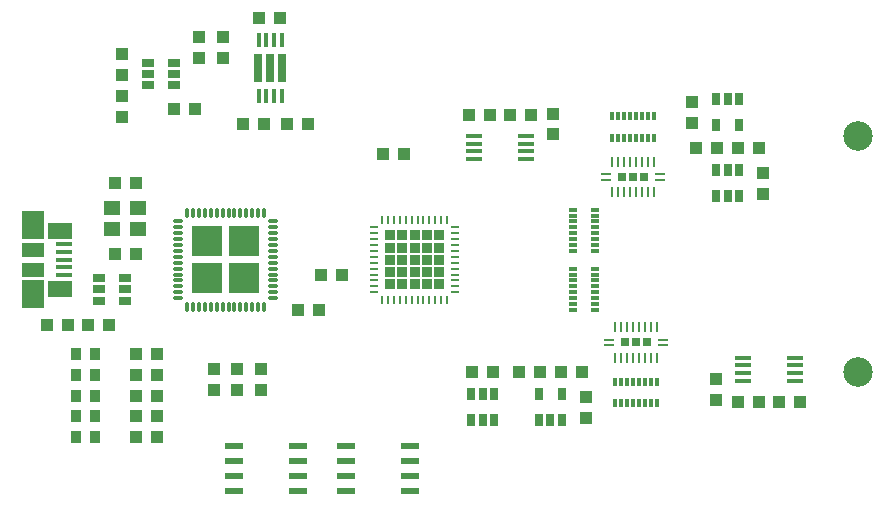
<source format=gtp>
G04 #@! TF.GenerationSoftware,KiCad,Pcbnew,5.0.0-rc3-6a2723a~65~ubuntu18.04.1*
G04 #@! TF.CreationDate,2018-07-21T07:19:33+00:00*
G04 #@! TF.ProjectId,glasgow,676C6173676F772E6B696361645F7063,rev?*
G04 #@! TF.SameCoordinates,Original*
G04 #@! TF.FileFunction,Paste,Top*
G04 #@! TF.FilePolarity,Positive*
%FSLAX46Y46*%
G04 Gerber Fmt 4.6, Leading zero omitted, Abs format (unit mm)*
G04 Created by KiCad (PCBNEW 5.0.0-rc3-6a2723a~65~ubuntu18.04.1) date Sat Jul 21 07:19:33 2018*
%MOMM*%
%LPD*%
G01*
G04 APERTURE LIST*
%ADD10C,0.100000*%
%ADD11O,1.000000X0.280000*%
%ADD12O,0.280000X1.000000*%
%ADD13R,2.600000X2.600000*%
%ADD14R,0.800000X0.300000*%
%ADD15R,1.060000X0.650000*%
%ADD16R,0.400000X1.260000*%
%ADD17R,0.650000X2.400000*%
%ADD18R,0.300000X0.800000*%
%ADD19R,1.400000X1.200000*%
%ADD20R,0.820000X1.000000*%
%ADD21R,1.000000X0.995000*%
%ADD22R,1.450000X0.450000*%
%ADD23R,0.650000X1.060000*%
%ADD24R,0.995000X1.000000*%
%ADD25C,2.500000*%
%ADD26R,0.800000X0.800000*%
%ADD27R,0.240000X0.900000*%
%ADD28R,0.900000X0.240000*%
%ADD29R,0.700000X0.250000*%
%ADD30R,0.250000X0.700000*%
%ADD31R,0.830000X0.830000*%
%ADD32R,1.550000X0.600000*%
%ADD33R,1.380000X0.450000*%
%ADD34R,2.100000X1.475000*%
%ADD35R,1.900000X2.375000*%
%ADD36R,1.900000X1.175000*%
G04 APERTURE END LIST*
D10*
G36*
X72560000Y-79350000D02*
X72960000Y-79350000D01*
X72960000Y-79950000D01*
X72560000Y-79950000D01*
X72560000Y-79350000D01*
G37*
D11*
G04 #@! TO.C,U1*
X65000000Y-92250000D03*
X65000000Y-92750000D03*
X65000000Y-93250000D03*
X65000000Y-93750000D03*
X65000000Y-94250000D03*
X65000000Y-94750000D03*
X65000000Y-95250000D03*
X65000000Y-95750000D03*
X65000000Y-96250000D03*
X65000000Y-96750000D03*
X65000000Y-97250000D03*
X65000000Y-97750000D03*
X65000000Y-98250000D03*
X65000000Y-98750000D03*
D12*
X65750000Y-99500000D03*
X66250000Y-99500000D03*
X66750000Y-99500000D03*
X67250000Y-99500000D03*
X67750000Y-99500000D03*
X68250000Y-99500000D03*
X68750000Y-99500000D03*
X69250000Y-99500000D03*
X69750000Y-99500000D03*
X70250000Y-99500000D03*
X70750000Y-99500000D03*
X71250000Y-99500000D03*
X71750000Y-99500000D03*
X72250000Y-99500000D03*
D11*
X73000000Y-98750000D03*
X73000000Y-98250000D03*
X73000000Y-97750000D03*
X73000000Y-97250000D03*
X73000000Y-96750000D03*
X73000000Y-96250000D03*
X73000000Y-95750000D03*
X73000000Y-95250000D03*
X73000000Y-94750000D03*
X73000000Y-94250000D03*
X73000000Y-93750000D03*
X73000000Y-93250000D03*
X73000000Y-92750000D03*
X73000000Y-92250000D03*
D12*
X72250000Y-91500000D03*
X71750000Y-91500000D03*
X71250000Y-91500000D03*
X70750000Y-91500000D03*
X70250000Y-91500000D03*
X69750000Y-91500000D03*
X69250000Y-91500000D03*
X68750000Y-91500000D03*
X68250000Y-91500000D03*
X67750000Y-91500000D03*
X67250000Y-91500000D03*
X66750000Y-91500000D03*
X66250000Y-91500000D03*
X65750000Y-91500000D03*
D13*
X67445000Y-97055000D03*
X70555000Y-97055000D03*
X67445000Y-93945000D03*
X70555000Y-93945000D03*
G04 #@! TD*
D14*
G04 #@! TO.C,RN3*
X100250000Y-94250000D03*
X100250000Y-93250000D03*
X100250000Y-93750000D03*
X100250000Y-92750000D03*
X100250000Y-92250000D03*
X100250000Y-91750000D03*
X98450000Y-94250000D03*
X98450000Y-93750000D03*
X98450000Y-93250000D03*
X98450000Y-92750000D03*
X98450000Y-92250000D03*
X98450000Y-91750000D03*
X100250000Y-94750000D03*
X98450000Y-94750000D03*
X100250000Y-91250000D03*
X98450000Y-91250000D03*
G04 #@! TD*
G04 #@! TO.C,RN4*
X98450000Y-96250000D03*
X100250000Y-96250000D03*
X98450000Y-99750000D03*
X100250000Y-99750000D03*
X98450000Y-96750000D03*
X98450000Y-97250000D03*
X98450000Y-97750000D03*
X98450000Y-98250000D03*
X98450000Y-98750000D03*
X98450000Y-99250000D03*
X100250000Y-96750000D03*
X100250000Y-97250000D03*
X100250000Y-97750000D03*
X100250000Y-98750000D03*
X100250000Y-98250000D03*
X100250000Y-99250000D03*
G04 #@! TD*
D15*
G04 #@! TO.C,U15*
X58300000Y-98000000D03*
X58300000Y-98950000D03*
X58300000Y-97050000D03*
X60500000Y-97050000D03*
X60500000Y-98000000D03*
X60500000Y-98950000D03*
G04 #@! TD*
D16*
G04 #@! TO.C,U8*
X73741581Y-81650000D03*
X73091581Y-81650000D03*
X72441581Y-76850000D03*
X73091581Y-76850000D03*
X72441581Y-81650000D03*
X71791581Y-76850000D03*
X73741581Y-76850000D03*
X71791581Y-81650000D03*
D17*
X72766581Y-79250000D03*
X71741581Y-79250000D03*
X73791581Y-79250000D03*
G04 #@! TD*
D18*
G04 #@! TO.C,RN2*
X102500000Y-107650000D03*
X103500000Y-107650000D03*
X103000000Y-107650000D03*
X104000000Y-107650000D03*
X104500000Y-107650000D03*
X105000000Y-107650000D03*
X102500000Y-105850000D03*
X103000000Y-105850000D03*
X103500000Y-105850000D03*
X104000000Y-105850000D03*
X104500000Y-105850000D03*
X105000000Y-105850000D03*
X102000000Y-107650000D03*
X102000000Y-105850000D03*
X105500000Y-107650000D03*
X105500000Y-105850000D03*
G04 #@! TD*
G04 #@! TO.C,RN1*
X101750000Y-85150000D03*
X101750000Y-83350000D03*
X105250000Y-85150000D03*
X105250000Y-83350000D03*
X102250000Y-85150000D03*
X102750000Y-85150000D03*
X103250000Y-85150000D03*
X103750000Y-85150000D03*
X104250000Y-85150000D03*
X104750000Y-85150000D03*
X102250000Y-83350000D03*
X102750000Y-83350000D03*
X103250000Y-83350000D03*
X104250000Y-83350000D03*
X103750000Y-83350000D03*
X104750000Y-83350000D03*
G04 #@! TD*
D19*
G04 #@! TO.C,Y1*
X59400000Y-91150000D03*
X61600000Y-91150000D03*
X61600000Y-92850000D03*
X59400000Y-92850000D03*
G04 #@! TD*
D20*
G04 #@! TO.C,D5*
X57950000Y-110500000D03*
X56350000Y-110500000D03*
G04 #@! TD*
G04 #@! TO.C,D4*
X57950000Y-108750000D03*
X56350000Y-108750000D03*
G04 #@! TD*
G04 #@! TO.C,D3*
X57950000Y-107000000D03*
X56350000Y-107000000D03*
G04 #@! TD*
G04 #@! TO.C,D2*
X57950000Y-105250000D03*
X56350000Y-105250000D03*
G04 #@! TD*
G04 #@! TO.C,D1*
X57950000Y-103500000D03*
X56350000Y-103500000D03*
G04 #@! TD*
D21*
G04 #@! TO.C,C44*
X110500000Y-105612500D03*
X110500000Y-107387500D03*
G04 #@! TD*
G04 #@! TO.C,C37*
X96750000Y-83112500D03*
X96750000Y-84887500D03*
G04 #@! TD*
D22*
G04 #@! TO.C,U12*
X117200000Y-103775000D03*
X117200000Y-104425000D03*
X117200000Y-105075000D03*
X117200000Y-105725000D03*
X112800000Y-105725000D03*
X112800000Y-105075000D03*
X112800000Y-104425000D03*
X112800000Y-103775000D03*
G04 #@! TD*
G04 #@! TO.C,U9*
X94450000Y-86975000D03*
X94450000Y-86325000D03*
X94450000Y-85675000D03*
X94450000Y-85025000D03*
X90050000Y-85025000D03*
X90050000Y-85675000D03*
X90050000Y-86325000D03*
X90050000Y-86975000D03*
G04 #@! TD*
D23*
G04 #@! TO.C,U11*
X112450000Y-84100000D03*
X110550000Y-84100000D03*
X110550000Y-81900000D03*
X111500000Y-81900000D03*
X112450000Y-81900000D03*
G04 #@! TD*
G04 #@! TO.C,U14*
X95550000Y-106900000D03*
X97450000Y-106900000D03*
X97450000Y-109100000D03*
X96500000Y-109100000D03*
X95550000Y-109100000D03*
G04 #@! TD*
G04 #@! TO.C,U13*
X91700000Y-106900000D03*
X90750000Y-106900000D03*
X89800000Y-106900000D03*
X89800000Y-109100000D03*
X91700000Y-109100000D03*
X90750000Y-109100000D03*
G04 #@! TD*
G04 #@! TO.C,U10*
X112450000Y-87900000D03*
X111500000Y-87900000D03*
X110550000Y-87900000D03*
X110550000Y-90100000D03*
X112450000Y-90100000D03*
X111500000Y-90100000D03*
G04 #@! TD*
D24*
G04 #@! TO.C,R24*
X110637500Y-86000000D03*
X108862500Y-86000000D03*
G04 #@! TD*
D21*
G04 #@! TO.C,R18*
X108500000Y-82112500D03*
X108500000Y-83887500D03*
G04 #@! TD*
D24*
G04 #@! TO.C,R20*
X94887500Y-83250000D03*
X93112500Y-83250000D03*
G04 #@! TD*
G04 #@! TO.C,R21*
X89612500Y-83250000D03*
X91387500Y-83250000D03*
G04 #@! TD*
D21*
G04 #@! TO.C,R22*
X114500000Y-88112500D03*
X114500000Y-89887500D03*
G04 #@! TD*
G04 #@! TO.C,R19*
X99500000Y-107112500D03*
X99500000Y-108887500D03*
G04 #@! TD*
D24*
G04 #@! TO.C,R23*
X114137500Y-86000000D03*
X112362500Y-86000000D03*
G04 #@! TD*
G04 #@! TO.C,R25*
X114137500Y-107496000D03*
X112362500Y-107496000D03*
G04 #@! TD*
G04 #@! TO.C,R26*
X115862500Y-107496000D03*
X117637500Y-107496000D03*
G04 #@! TD*
G04 #@! TO.C,R27*
X91637500Y-105000000D03*
X89862500Y-105000000D03*
G04 #@! TD*
G04 #@! TO.C,R28*
X95637500Y-105000000D03*
X93862500Y-105000000D03*
G04 #@! TD*
G04 #@! TO.C,R29*
X97362500Y-105000000D03*
X99137500Y-105000000D03*
G04 #@! TD*
D25*
G04 #@! TO.C,MK5*
X122500000Y-105000000D03*
G04 #@! TD*
G04 #@! TO.C,MK6*
X122500000Y-85000000D03*
G04 #@! TD*
D24*
G04 #@! TO.C,R17*
X75112500Y-99750000D03*
X76887500Y-99750000D03*
G04 #@! TD*
G04 #@! TO.C,R12*
X63187500Y-103500000D03*
X61412500Y-103500000D03*
G04 #@! TD*
G04 #@! TO.C,R14*
X61412500Y-107000000D03*
X63187500Y-107000000D03*
G04 #@! TD*
G04 #@! TO.C,R15*
X63187500Y-108750000D03*
X61412500Y-108750000D03*
G04 #@! TD*
G04 #@! TO.C,R16*
X61412500Y-110500000D03*
X63187500Y-110500000D03*
G04 #@! TD*
G04 #@! TO.C,R13*
X63187500Y-105250000D03*
X61412500Y-105250000D03*
G04 #@! TD*
D21*
G04 #@! TO.C,R11*
X72000000Y-104712500D03*
X72000000Y-106487500D03*
G04 #@! TD*
D24*
G04 #@! TO.C,R10*
X84137500Y-86500000D03*
X82362500Y-86500000D03*
G04 #@! TD*
G04 #@! TO.C,R9*
X77112500Y-96750000D03*
X78887500Y-96750000D03*
G04 #@! TD*
D21*
G04 #@! TO.C,R7*
X66750000Y-76612500D03*
X66750000Y-78387500D03*
G04 #@! TD*
D24*
G04 #@! TO.C,C27*
X72275000Y-84000000D03*
X70500000Y-84000000D03*
G04 #@! TD*
G04 #@! TO.C,C28*
X76000000Y-84000000D03*
X74225000Y-84000000D03*
G04 #@! TD*
G04 #@! TO.C,C26*
X73637500Y-75000000D03*
X71862500Y-75000000D03*
G04 #@! TD*
D15*
G04 #@! TO.C,U7*
X62400000Y-78800000D03*
X62400000Y-79750000D03*
X62400000Y-80700000D03*
X64600000Y-80700000D03*
X64600000Y-78800000D03*
X64600000Y-79750000D03*
G04 #@! TD*
D24*
G04 #@! TO.C,R4*
X64612500Y-82750000D03*
X66387500Y-82750000D03*
G04 #@! TD*
D21*
G04 #@! TO.C,R5*
X60232324Y-78112500D03*
X60232324Y-79887500D03*
G04 #@! TD*
G04 #@! TO.C,R6*
X60232324Y-83387500D03*
X60232324Y-81612500D03*
G04 #@! TD*
G04 #@! TO.C,R8*
X68750000Y-78387500D03*
X68750000Y-76612500D03*
G04 #@! TD*
D26*
G04 #@! TO.C,U5*
X102550000Y-88500000D03*
X104450000Y-88500000D03*
X103500000Y-88500000D03*
D27*
X105250000Y-87200000D03*
X104750000Y-87200000D03*
X104250000Y-87200000D03*
X103750000Y-87200000D03*
X103250000Y-87200000D03*
X102750000Y-87200000D03*
X102250000Y-87200000D03*
X101750000Y-87200000D03*
X105250000Y-89800000D03*
X104750000Y-89800000D03*
X104250000Y-89800000D03*
X103750000Y-89800000D03*
X103250000Y-89800000D03*
X102750000Y-89800000D03*
X102250000Y-89800000D03*
X101750000Y-89800000D03*
D28*
X105800000Y-88250000D03*
X105800000Y-88750000D03*
X101200000Y-88250000D03*
X101200000Y-88750000D03*
G04 #@! TD*
G04 #@! TO.C,U6*
X106050000Y-102250000D03*
X106050000Y-102750000D03*
X101450000Y-102250000D03*
X101450000Y-102750000D03*
D27*
X105500000Y-101200000D03*
X105000000Y-101200000D03*
X104500000Y-101200000D03*
X104000000Y-101200000D03*
X103500000Y-101200000D03*
X103000000Y-101200000D03*
X102500000Y-101200000D03*
X102000000Y-101200000D03*
X105500000Y-103800000D03*
X105000000Y-103800000D03*
X104500000Y-103800000D03*
X104000000Y-103800000D03*
X103500000Y-103800000D03*
X103000000Y-103800000D03*
X102500000Y-103800000D03*
X102000000Y-103800000D03*
D26*
X103750000Y-102500000D03*
X102800000Y-102500000D03*
X104700000Y-102500000D03*
G04 #@! TD*
D29*
G04 #@! TO.C,U4*
X81600000Y-92750000D03*
X81600000Y-93250000D03*
X81600000Y-93750000D03*
X81600000Y-94250000D03*
X81600000Y-94750000D03*
X81600000Y-95250000D03*
X81600000Y-95750000D03*
X81600000Y-96250000D03*
X81600000Y-96750000D03*
X81600000Y-97250000D03*
X81600000Y-97750000D03*
X81600000Y-98250000D03*
D30*
X82250000Y-98900000D03*
X82750000Y-98900000D03*
X83250000Y-98900000D03*
X83750000Y-98900000D03*
X84250000Y-98900000D03*
X84750000Y-98900000D03*
X85250000Y-98900000D03*
X85750000Y-98900000D03*
X86250000Y-98900000D03*
X86750000Y-98900000D03*
X87250000Y-98900000D03*
X87750000Y-98900000D03*
D29*
X88400000Y-98250000D03*
X88400000Y-97750000D03*
X88400000Y-97250000D03*
X88400000Y-96750000D03*
X88400000Y-96250000D03*
X88400000Y-95750000D03*
X88400000Y-95250000D03*
X88400000Y-94750000D03*
X88400000Y-94250000D03*
X88400000Y-93750000D03*
X88400000Y-93250000D03*
X88400000Y-92750000D03*
D30*
X87750000Y-92100000D03*
X87250000Y-92100000D03*
X86750000Y-92100000D03*
X86250000Y-92100000D03*
X85750000Y-92100000D03*
X85250000Y-92100000D03*
X84750000Y-92100000D03*
X84250000Y-92100000D03*
X83750000Y-92100000D03*
X83250000Y-92100000D03*
X82750000Y-92100000D03*
X82250000Y-92100000D03*
D31*
X87060000Y-97560000D03*
X86030000Y-97560000D03*
X85000000Y-97560000D03*
X83970000Y-97560000D03*
X82940000Y-97560000D03*
X82940000Y-96530000D03*
X83970000Y-96530000D03*
X85000000Y-96530000D03*
X86030000Y-96530000D03*
X87060000Y-96530000D03*
X82940000Y-95500000D03*
X83970000Y-95500000D03*
X85000000Y-95500000D03*
X86030000Y-95500000D03*
X87060000Y-95500000D03*
X82940000Y-94470000D03*
X83970000Y-94470000D03*
X85000000Y-94470000D03*
X86030000Y-94470000D03*
X87060000Y-94470000D03*
X82940000Y-93440000D03*
X83970000Y-93440000D03*
X85000000Y-93440000D03*
X86030000Y-93440000D03*
X87060000Y-93440000D03*
G04 #@! TD*
D32*
G04 #@! TO.C,U2*
X69700000Y-115105000D03*
X69700000Y-113835000D03*
X69700000Y-112565000D03*
X69700000Y-111295000D03*
X75100000Y-111295000D03*
X75100000Y-112565000D03*
X75100000Y-113835000D03*
X75100000Y-115105000D03*
G04 #@! TD*
D33*
G04 #@! TO.C,J1*
X55310000Y-94200000D03*
X55310000Y-94850000D03*
X55310000Y-95500000D03*
X55310000Y-96150000D03*
X55310000Y-96800000D03*
D34*
X54950000Y-93037500D03*
X54950000Y-97962500D03*
D35*
X52650000Y-92590000D03*
X52650000Y-98410000D03*
D36*
X52650000Y-94660000D03*
X52650000Y-96340000D03*
G04 #@! TD*
D24*
G04 #@! TO.C,C13*
X59137500Y-101000000D03*
X57362500Y-101000000D03*
G04 #@! TD*
G04 #@! TO.C,C12*
X59612500Y-95000000D03*
X61387500Y-95000000D03*
G04 #@! TD*
G04 #@! TO.C,C11*
X59612500Y-89000000D03*
X61387500Y-89000000D03*
G04 #@! TD*
G04 #@! TO.C,R3*
X55637500Y-101000000D03*
X53862500Y-101000000D03*
G04 #@! TD*
D21*
G04 #@! TO.C,R1*
X70000000Y-106487500D03*
X70000000Y-104712500D03*
G04 #@! TD*
G04 #@! TO.C,R2*
X68000000Y-104712500D03*
X68000000Y-106487500D03*
G04 #@! TD*
D32*
G04 #@! TO.C,U3*
X84600000Y-115105000D03*
X84600000Y-113835000D03*
X84600000Y-112565000D03*
X84600000Y-111295000D03*
X79200000Y-111295000D03*
X79200000Y-112565000D03*
X79200000Y-113835000D03*
X79200000Y-115105000D03*
G04 #@! TD*
M02*

</source>
